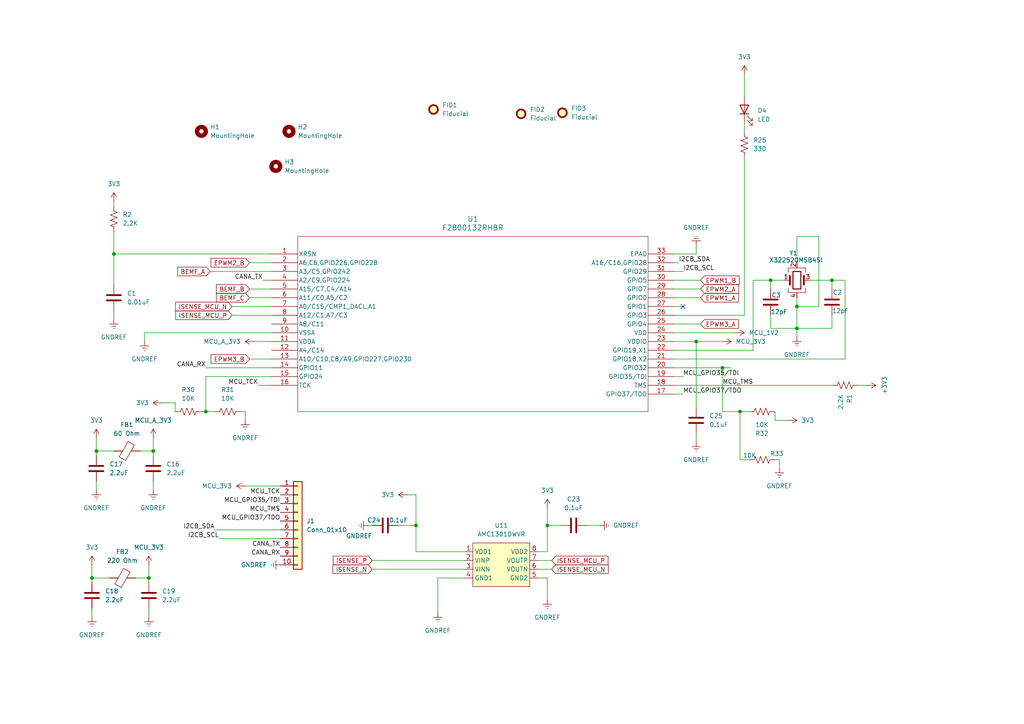
<source format=kicad_sch>
(kicad_sch (version 20250114) (generator "eeschema") (generator_version "9.0")
  (paper "A4")
  (lib_symbols
    (symbol "Connector_Generic:Conn_01x10" (pin_names (offset 1.016) (hide yes))
      (property "Reference" "J" (at 0 12.7 0))
      (property "Value" "Conn_01x10" (at 0 -15.24 0))
      (symbol "Conn_01x10_1_1"
        (rectangle (start -1.27 11.43) (end 1.27 -13.97) (stroke (width 0.254)) (fill (type background)))
        (rectangle (start -1.27 10.287) (end 0 10.033) (stroke (width 0.1524)))
        (rectangle (start -1.27 7.747) (end 0 7.493) (stroke (width 0.1524)))
        (rectangle (start -1.27 5.207) (end 0 4.953) (stroke (width 0.1524)))
        (rectangle (start -1.27 2.667) (end 0 2.413) (stroke (width 0.1524)))
        (rectangle (start -1.27 0.127) (end 0 -0.127) (stroke (width 0.1524)))
        (rectangle (start -1.27 -2.413) (end 0 -2.667) (stroke (width 0.1524)))
        (rectangle (start -1.27 -4.953) (end 0 -5.207) (stroke (width 0.1524)))
        (rectangle (start -1.27 -7.493) (end 0 -7.747) (stroke (width 0.1524)))
        (rectangle (start -1.27 -10.033) (end 0 -10.287) (stroke (width 0.1524)))
        (rectangle (start -1.27 -12.573) (end 0 -12.827) (stroke (width 0.1524)))
        (pin passive line (at -5.08 10.16 0) (length 3.81) (name "Pin_1") (number "1"))
        (pin passive line (at -5.08 7.62 0) (length 3.81) (name "Pin_2") (number "2"))
        (pin passive line (at -5.08 5.08 0) (length 3.81) (name "Pin_3") (number "3"))
        (pin passive line (at -5.08 2.54 0) (length 3.81) (name "Pin_4") (number "4"))
        (pin passive line (at -5.08 0 0) (length 3.81) (name "Pin_5") (number "5"))
        (pin passive line (at -5.08 -2.54 0) (length 3.81) (name "Pin_6") (number "6"))
        (pin passive line (at -5.08 -5.08 0) (length 3.81) (name "Pin_7") (number "7"))
        (pin passive line (at -5.08 -7.62 0) (length 3.81) (name "Pin_8") (number "8"))
        (pin passive line (at -5.08 -10.16 0) (length 3.81) (name "Pin_9") (number "9"))
        (pin passive line (at -5.08 -12.7 0) (length 3.81) (name "Pin_10") (number "10"))
      )
    )
    (symbol "Device:C" (pin_numbers (hide yes)) (pin_names (offset 0.254))
      (property "Reference" "C" (at 0.635 2.54 0))
      (property "Value" "C" (at 0.635 -2.54 0))
      (symbol "C_0_1"
        (polyline (pts (xy -2.032 0.762) (xy 2.032 0.762)) (stroke (width 0.508)))
        (polyline (pts (xy -2.032 -0.762) (xy 2.032 -0.762)) (stroke (width 0.508)))
      )
      (symbol "C_1_1"
        (pin passive line (at 0 3.81 270) (length 2.794) (name "~") (number "1"))
        (pin passive line (at 0 -3.81 90) (length 2.794) (name "~") (number "2"))
      )
    )
    (symbol "Device:Crystal_GND24" (pin_names (offset 1.016) (hide yes))
      (property "Reference" "Y" (at 3.175 5.08 0))
      (property "Value" "Crystal_GND24" (at 3.175 3.175 0))
      (symbol "Crystal_GND24_0_1"
        (polyline (pts (xy -2.54 2.286) (xy -2.54 3.556) (xy 2.54 3.556) (xy 2.54 2.286)))
        (polyline (pts (xy -2.54 0) (xy -2.032 0)))
        (polyline (pts (xy -2.54 -2.286) (xy -2.54 -3.556) (xy 2.54 -3.556) (xy 2.54 -2.286)))
        (polyline (pts (xy -2.032 -1.27) (xy -2.032 1.27)) (stroke (width 0.508)))
        (rectangle (start -1.143 2.54) (end 1.143 -2.54) (stroke (width 0.3048)))
        (polyline (pts (xy 0 3.556) (xy 0 3.81)))
        (polyline (pts (xy 0 -3.81) (xy 0 -3.556)))
        (polyline (pts (xy 2.032 0) (xy 2.54 0)))
        (polyline (pts (xy 2.032 -1.27) (xy 2.032 1.27)) (stroke (width 0.508)))
      )
      (symbol "Crystal_GND24_1_1"
        (pin passive line (at -3.81 0 0) (length 1.27) (name "1") (number "1"))
        (pin passive line (at 0 5.08 270) (length 1.27) (name "2") (number "2"))
        (pin passive line (at 0 -5.08 90) (length 1.27) (name "4") (number "4"))
        (pin passive line (at 3.81 0 180) (length 1.27) (name "3") (number "3"))
      )
    )
    (symbol "Device:FerriteBead" (pin_numbers (hide yes)) (pin_names (offset 0))
      (property "Reference" "FB" (at -3.81 0.635 90))
      (property "Value" "FerriteBead" (at 3.81 0 90))
      (symbol "FerriteBead_0_1"
        (polyline (pts (xy -2.7686 0.4064) (xy -1.7018 2.2606) (xy 2.7686 -0.3048) (xy 1.6764 -2.159) (xy -2.7686 0.4064)))
        (polyline (pts (xy 0 1.27) (xy 0 1.2954)))
        (polyline (pts (xy 0 -1.27) (xy 0 -1.2192)))
      )
      (symbol "FerriteBead_1_1"
        (pin passive line (at 0 3.81 270) (length 2.54) (name "~") (number "1"))
        (pin passive line (at 0 -3.81 90) (length 2.54) (name "~") (number "2"))
      )
    )
    (symbol "Device:LED" (pin_numbers (hide yes)) (pin_names (offset 1.016) (hide yes))
      (property "Reference" "D" (at 0 2.54 0))
      (property "Value" "LED" (at 0 -2.54 0))
      (symbol "LED_0_1"
        (polyline (pts (xy -3.048 -0.762) (xy -4.572 -2.286) (xy -3.81 -2.286) (xy -4.572 -2.286) (xy -4.572 -1.524)))
        (polyline (pts (xy -1.778 -0.762) (xy -3.302 -2.286) (xy -2.54 -2.286) (xy -3.302 -2.286) (xy -3.302 -1.524)))
        (polyline (pts (xy -1.27 0) (xy 1.27 0)))
        (polyline (pts (xy -1.27 -1.27) (xy -1.27 1.27)) (stroke (width 0.254)))
        (polyline (pts (xy 1.27 -1.27) (xy 1.27 1.27) (xy -1.27 0) (xy 1.27 -1.27)) (stroke (width 0.254)))
      )
      (symbol "LED_1_1"
        (pin passive line (at -3.81 0 0) (length 2.54) (name "K") (number "1"))
        (pin passive line (at 3.81 0 180) (length 2.54) (name "A") (number "2"))
      )
    )
    (symbol "Device:R_US" (pin_numbers (hide yes)) (pin_names (offset 0))
      (property "Reference" "R" (at 2.54 0 90))
      (property "Value" "R_US" (at -2.54 0 90))
      (symbol "R_US_0_1"
        (polyline (pts (xy 0 2.286) (xy 0 2.54)))
        (polyline (pts (xy 0 2.286) (xy 1.016 1.905) (xy 0 1.524) (xy -1.016 1.143) (xy 0 0.762)))
        (polyline (pts (xy 0 0.762) (xy 1.016 0.381) (xy 0 0) (xy -1.016 -0.381) (xy 0 -0.762)))
        (polyline (pts (xy 0 -0.762) (xy 1.016 -1.143) (xy 0 -1.524) (xy -1.016 -1.905) (xy 0 -2.286)))
        (polyline (pts (xy 0 -2.286) (xy 0 -2.54)))
      )
      (symbol "R_US_1_1"
        (pin passive line (at 0 3.81 270) (length 1.27) (name "~") (number "1"))
        (pin passive line (at 0 -3.81 90) (length 1.27) (name "~") (number "2"))
      )
    )
    (symbol "Mechanical:Fiducial" (in_bom no)
      (property "Reference" "FID" (at 0 5.08 0))
      (property "Value" "Fiducial" (at 0 3.175 0))
      (symbol "Fiducial_0_1"
        (circle (center 0 0) (radius 1.27) (stroke (width 0.508)) (fill (type background)))
      )
    )
    (symbol "Mechanical:MountingHole" (pin_names (offset 1.016)) (in_bom no)
      (property "Reference" "H" (at 0 5.08 0))
      (property "Value" "MountingHole" (at 0 3.175 0))
      (symbol "MountingHole_0_1"
        (circle (center 0 0) (radius 1.27) (stroke (width 1.27)))
      )
    )
    (symbol "TMS320F2800132rhb:F2800132RHBR" (pin_names (offset 0.254))
      (property "Reference" "U" (at 58.42 10.16 0))
      (property "Value" "F2800132RHBR" (at 58.42 7.62 0))
      (symbol "F2800132RHBR_0_1"
        (polyline (pts (xy 7.62 5.08) (xy 7.62 -45.72)) (stroke (width 0.127)))
        (polyline (pts (xy 7.62 -45.72) (xy 109.22 -45.72)) (stroke (width 0.127)))
        (polyline (pts (xy 109.22 5.08) (xy 7.62 5.08)) (stroke (width 0.127)))
        (polyline (pts (xy 109.22 -45.72) (xy 109.22 5.08)) (stroke (width 0.127)))
        (pin unspecified line (at 0 0 0) (length 7.62) (name "XRSN") (number "1"))
        (pin bidirectional line (at 0 -2.54 0) (length 7.62) (name "A6,C6,GPIO226,GPIO228") (number "2"))
        (pin bidirectional line (at 0 -5.08 0) (length 7.62) (name "A3/C5,GPIO242") (number "3"))
        (pin bidirectional line (at 0 -7.62 0) (length 7.62) (name "A2/C9,GPIO224") (number "4"))
        (pin bidirectional line (at 0 -10.16 0) (length 7.62) (name "A15/C7,C4/A14") (number "5"))
        (pin bidirectional line (at 0 -12.7 0) (length 7.62) (name "A11/C0,A5/C2") (number "6"))
        (pin bidirectional line (at 0 -15.24 0) (length 7.62) (name "A0/C15/CMP1_DACL,A1") (number "7"))
        (pin bidirectional line (at 0 -17.78 0) (length 7.62) (name "A12/C1,A7/C3") (number "8"))
        (pin bidirectional line (at 0 -20.32 0) (length 7.62) (name "A8/C11") (number "9"))
        (pin power_out line (at 0 -22.86 0) (length 7.62) (name "VSSA") (number "10"))
        (pin power_in line (at 0 -25.4 0) (length 7.62) (name "VDDA") (number "11"))
        (pin bidirectional line (at 0 -27.94 0) (length 7.62) (name "A4/C14") (number "12"))
        (pin bidirectional line (at 0 -30.48 0) (length 7.62) (name "A10/C10,C8/A9,GPIO227,GPIO230") (number "13"))
        (pin bidirectional line (at 0 -33.02 0) (length 7.62) (name "GPIO11") (number "14"))
        (pin bidirectional line (at 0 -35.56 0) (length 7.62) (name "GPIO24") (number "15"))
        (pin unspecified line (at 0 -38.1 0) (length 7.62) (name "TCK") (number "16"))
        (pin unspecified line (at 116.84 0 180) (length 7.62) (name "EPAD") (number "33"))
        (pin bidirectional line (at 116.84 -2.54 180) (length 7.62) (name "A16/C16,GPIO28") (number "32"))
        (pin bidirectional line (at 116.84 -5.08 180) (length 7.62) (name "GPIO29") (number "31"))
        (pin bidirectional line (at 116.84 -7.62 180) (length 7.62) (name "GPIO5") (number "30"))
        (pin bidirectional line (at 116.84 -10.16 180) (length 7.62) (name "GPIO7") (number "29"))
        (pin bidirectional line (at 116.84 -12.7 180) (length 7.62) (name "GPIO0") (number "28"))
        (pin bidirectional line (at 116.84 -15.24 180) (length 7.62) (name "GPIO1") (number "27"))
        (pin bidirectional line (at 116.84 -17.78 180) (length 7.62) (name "GPIO3") (number "26"))
        (pin bidirectional line (at 116.84 -20.32 180) (length 7.62) (name "GPIO4") (number "25"))
        (pin power_in line (at 116.84 -22.86 180) (length 7.62) (name "VDD") (number "24"))
        (pin power_in line (at 116.84 -25.4 180) (length 7.62) (name "VDDIO") (number "23"))
        (pin bidirectional line (at 116.84 -27.94 180) (length 7.62) (name "GPIO19,X1") (number "22"))
        (pin bidirectional line (at 116.84 -30.48 180) (length 7.62) (name "GPIO18,X2") (number "21"))
        (pin bidirectional line (at 116.84 -33.02 180) (length 7.62) (name "GPIO32") (number "20"))
        (pin bidirectional line (at 116.84 -35.56 180) (length 7.62) (name "GPIO35/TDI") (number "19"))
        (pin unspecified line (at 116.84 -38.1 180) (length 7.62) (name "TMS") (number "18"))
        (pin bidirectional line (at 116.84 -40.64 180) (length 7.62) (name "GPIO37/TDO") (number "17"))
      )
    )
    (symbol "droneUltimate:AMC1301DWVR"
      (property "Reference" "U" (at 0 0 0))
      (property "Value" "AMC1301DWVR" (at 0 -2.032 0))
      (symbol "AMC1301DWVR_1_0"
        (pin bidirectional line (at -10.16 -8.89 0) (length 2.54) (name "VINP") (number "2"))
        (pin bidirectional line (at -10.16 -11.43 0) (length 2.54) (name "VINN") (number "3"))
        (pin bidirectional line (at -10.16 -13.97 0) (length 2.54) (name "GND1") (number "4"))
        (pin bidirectional line (at 11.43 -6.35 180) (length 2.54) (name "VDD2") (number "8"))
        (pin bidirectional line (at 11.43 -8.89 180) (length 2.54) (name "VOUTP") (number "7"))
        (pin bidirectional line (at 11.43 -11.43 180) (length 2.54) (name "VOUTN") (number "6"))
        (pin bidirectional line (at 11.43 -13.97 180) (length 2.54) (name "GND2") (number "5"))
      )
      (symbol "AMC1301DWVR_1_1"
        (rectangle (start -7.62 -3.81) (end 8.89 -16.51) (fill (type background)))
        (pin bidirectional line (at -10.16 -6.35 0) (length 2.54) (name "VDD1") (number "1"))
      )
    )
    (symbol "power:+3V3" (power) (pin_numbers (hide yes)) (pin_names (offset 0) (hide yes))
      (property "Value" "+3V3" (at 0 3.556 0))
      (symbol "+3V3_0_1"
        (polyline (pts (xy -0.762 1.27) (xy 0 2.54)))
        (polyline (pts (xy 0 2.54) (xy 0.762 1.27)))
        (polyline (pts (xy 0 0) (xy 0 2.54)))
      )
      (symbol "+3V3_1_1"
        (pin power_in line (at 0 0 90) (length 0) (name "~") (number "1"))
      )
    )
    (symbol "power:GNDREF" (power) (pin_numbers (hide yes)) (pin_names (offset 0) (hide yes))
      (property "Value" "GNDREF" (at 0 -3.81 0))
      (symbol "GNDREF_0_1"
        (polyline (pts (xy -0.635 -1.905) (xy 0.635 -1.905)))
        (polyline (pts (xy -0.127 -2.54) (xy 0.127 -2.54)))
        (polyline (pts (xy 0 -1.27) (xy 0 0)))
        (polyline (pts (xy 1.27 -1.27) (xy -1.27 -1.27)))
      )
      (symbol "GNDREF_1_1"
        (pin power_in line (at 0 0 270) (length 0) (name "~") (number "1"))
      )
    )
  )
  (junction (at 44.45 130.81))
  (junction (at 26.67 167.64))
  (junction (at 43.18 167.64))
  (junction (at 231.14 95.25))
  (junction (at 120.65 152.4))
  (junction (at 231.14 88.9))
  (junction (at 214.63 119.38))
  (junction (at 241.3 81.28))
  (junction (at 27.94 130.81))
  (junction (at 59.69 119.38))
  (junction (at 158.75 152.4))
  (junction (at 33.02 73.66))
  (junction (at 223.52 81.28))
  (junction (at 209.55 106.68))
  (junction (at 201.93 99.06))
  (no_connect (at 198.12 88.9))
  (wire (pts (xy 195.58 104.14) (xy 245.11 104.14)))
  (wire (pts (xy 223.52 81.28) (xy 227.33 81.28)))
  (wire (pts (xy 50.8 116.84) (xy 50.8 119.38)))
  (wire (pts (xy 195.58 106.68) (xy 209.55 106.68)))
  (wire (pts (xy 44.45 139.7) (xy 44.45 142.24)))
  (wire (pts (xy 195.58 114.3) (xy 198.12 114.3)))
  (wire (pts (xy 231.14 88.9) (xy 231.14 95.25)))
  (wire (pts (xy 195.58 88.9) (xy 198.12 88.9)))
  (wire (pts (xy 245.11 104.14) (xy 245.11 81.28)))
  (wire (pts (xy 59.69 119.38) (xy 62.23 119.38)))
  (wire (pts (xy 33.02 67.31) (xy 33.02 73.66)))
  (wire (pts (xy 241.3 91.44) (xy 241.3 95.25)))
  (wire (pts (xy 251.46 111.76) (xy 248.92 111.76)))
  (wire (pts (xy 158.75 152.4) (xy 158.75 147.32)))
  (wire (pts (xy 214.63 133.35) (xy 217.17 133.35)))
  (wire (pts (xy 76.2 81.28) (xy 78.74 81.28)))
  (wire (pts (xy 218.44 101.6) (xy 218.44 81.28)))
  (wire (pts (xy 209.55 106.68) (xy 209.55 119.38)))
  (wire (pts (xy 195.58 93.98) (xy 203.2 93.98)))
  (wire (pts (xy 33.02 73.66) (xy 78.74 73.66)))
  (wire (pts (xy 224.79 121.92) (xy 224.79 119.38)))
  (wire (pts (xy 73.66 99.06) (xy 78.74 99.06)))
  (wire (pts (xy 72.39 86.36) (xy 78.74 86.36)))
  (wire (pts (xy 237.49 68.58) (xy 237.49 88.9)))
  (wire (pts (xy 63.5 156.21) (xy 81.28 156.21)))
  (wire (pts (xy 195.58 81.28) (xy 203.2 81.28)))
  (wire (pts (xy 26.67 163.83) (xy 26.67 167.64)))
  (wire (pts (xy 78.74 109.22) (xy 59.69 109.22)))
  (wire (pts (xy 59.69 119.38) (xy 58.42 119.38)))
  (wire (pts (xy 158.75 167.64) (xy 158.75 173.99)))
  (wire (pts (xy 43.18 163.83) (xy 43.18 167.64)))
  (wire (pts (xy 195.58 99.06) (xy 201.93 99.06)))
  (wire (pts (xy 134.62 160.02) (xy 120.65 160.02)))
  (wire (pts (xy 43.18 176.53) (xy 43.18 179.07)))
  (wire (pts (xy 198.12 78.74) (xy 195.58 78.74)))
  (wire (pts (xy 156.21 167.64) (xy 158.75 167.64)))
  (wire (pts (xy 72.39 104.14) (xy 78.74 104.14)))
  (wire (pts (xy 195.58 91.44) (xy 215.9 91.44)))
  (wire (pts (xy 46.99 116.84) (xy 50.8 116.84)))
  (wire (pts (xy 195.58 111.76) (xy 241.3 111.76)))
  (wire (pts (xy 44.45 127) (xy 44.45 130.81)))
  (wire (pts (xy 215.9 21.59) (xy 215.9 27.94)))
  (wire (pts (xy 195.58 76.2) (xy 196.85 76.2)))
  (wire (pts (xy 71.12 140.97) (xy 81.28 140.97)))
  (wire (pts (xy 223.52 81.28) (xy 223.52 83.82)))
  (wire (pts (xy 215.9 45.72) (xy 215.9 91.44)))
  (wire (pts (xy 245.11 81.28) (xy 241.3 81.28)))
  (wire (pts (xy 67.31 91.44) (xy 78.74 91.44)))
  (wire (pts (xy 231.14 76.2) (xy 231.14 68.58)))
  (wire (pts (xy 158.75 160.02) (xy 158.75 152.4)))
  (wire (pts (xy 72.39 76.2) (xy 78.74 76.2)))
  (wire (pts (xy 195.58 73.66) (xy 201.93 73.66)))
  (wire (pts (xy 241.3 81.28) (xy 234.95 81.28)))
  (wire (pts (xy 107.95 162.56) (xy 134.62 162.56)))
  (wire (pts (xy 156.21 165.1) (xy 160.02 165.1)))
  (wire (pts (xy 33.02 58.42) (xy 33.02 59.69)))
  (wire (pts (xy 231.14 68.58) (xy 237.49 68.58)))
  (wire (pts (xy 223.52 91.44) (xy 223.52 95.25)))
  (wire (pts (xy 40.64 130.81) (xy 44.45 130.81)))
  (wire (pts (xy 156.21 160.02) (xy 158.75 160.02)))
  (wire (pts (xy 156.21 162.56) (xy 160.02 162.56)))
  (wire (pts (xy 241.3 83.82) (xy 241.3 81.28)))
  (wire (pts (xy 224.79 133.35) (xy 226.06 133.35)))
  (wire (pts (xy 218.44 81.28) (xy 223.52 81.28)))
  (wire (pts (xy 39.37 167.64) (xy 43.18 167.64)))
  (wire (pts (xy 44.45 130.81) (xy 44.45 132.08)))
  (wire (pts (xy 201.93 128.27) (xy 201.93 125.73)))
  (wire (pts (xy 198.12 109.22) (xy 195.58 109.22)))
  (wire (pts (xy 118.11 143.51) (xy 120.65 143.51)))
  (wire (pts (xy 215.9 35.56) (xy 215.9 38.1)))
  (wire (pts (xy 195.58 96.52) (xy 213.36 96.52)))
  (wire (pts (xy 241.3 95.25) (xy 231.14 95.25)))
  (wire (pts (xy 107.95 152.4) (xy 106.68 152.4)))
  (wire (pts (xy 201.93 73.66) (xy 201.93 71.12)))
  (wire (pts (xy 201.93 99.06) (xy 209.55 99.06)))
  (wire (pts (xy 214.63 119.38) (xy 217.17 119.38)))
  (wire (pts (xy 72.39 83.82) (xy 78.74 83.82)))
  (wire (pts (xy 195.58 83.82) (xy 203.2 83.82)))
  (wire (pts (xy 203.2 86.36) (xy 195.58 86.36)))
  (wire (pts (xy 228.6 121.92) (xy 224.79 121.92)))
  (wire (pts (xy 201.93 118.11) (xy 201.93 99.06)))
  (wire (pts (xy 27.94 132.08) (xy 27.94 130.81)))
  (wire (pts (xy 226.06 133.35) (xy 226.06 135.89)))
  (wire (pts (xy 33.02 73.66) (xy 33.02 82.55)))
  (wire (pts (xy 67.31 88.9) (xy 78.74 88.9)))
  (wire (pts (xy 62.23 153.67) (xy 81.28 153.67)))
  (wire (pts (xy 231.14 95.25) (xy 231.14 97.79)))
  (wire (pts (xy 223.52 95.25) (xy 231.14 95.25)))
  (wire (pts (xy 237.49 88.9) (xy 231.14 88.9)))
  (wire (pts (xy 26.67 168.91) (xy 26.67 167.64)))
  (wire (pts (xy 120.65 143.51) (xy 120.65 152.4)))
  (wire (pts (xy 69.85 119.38) (xy 71.12 119.38)))
  (wire (pts (xy 158.75 152.4) (xy 162.56 152.4)))
  (wire (pts (xy 59.69 106.68) (xy 78.74 106.68)))
  (wire (pts (xy 27.94 139.7) (xy 27.94 142.24)))
  (wire (pts (xy 26.67 176.53) (xy 26.67 179.07)))
  (wire (pts (xy 43.18 167.64) (xy 43.18 168.91)))
  (wire (pts (xy 115.57 152.4) (xy 120.65 152.4)))
  (wire (pts (xy 107.95 165.1) (xy 134.62 165.1)))
  (wire (pts (xy 33.02 90.17) (xy 33.02 92.71)))
  (wire (pts (xy 41.91 96.52) (xy 41.91 99.06)))
  (wire (pts (xy 231.14 86.36) (xy 231.14 88.9)))
  (wire (pts (xy 74.93 111.76) (xy 78.74 111.76)))
  (wire (pts (xy 71.12 119.38) (xy 71.12 121.92)))
  (wire (pts (xy 170.18 152.4) (xy 173.99 152.4)))
  (wire (pts (xy 214.63 119.38) (xy 214.63 133.35)))
  (wire (pts (xy 27.94 130.81) (xy 33.02 130.81)))
  (wire (pts (xy 195.58 101.6) (xy 218.44 101.6)))
  (wire (pts (xy 120.65 152.4) (xy 120.65 160.02)))
  (wire (pts (xy 209.55 119.38) (xy 214.63 119.38)))
  (wire (pts (xy 27.94 127) (xy 27.94 130.81)))
  (wire (pts (xy 209.55 106.68) (xy 212.09 106.68)))
  (wire (pts (xy 60.96 78.74) (xy 78.74 78.74)))
  (wire (pts (xy 134.62 167.64) (xy 127 167.64)))
  (wire (pts (xy 26.67 167.64) (xy 31.75 167.64)))
  (wire (pts (xy 78.74 96.52) (xy 41.91 96.52)))
  (wire (pts (xy 127 167.64) (xy 127 177.8)))
  (wire (pts (xy 59.69 109.22) (xy 59.69 119.38)))
  (label "I2CB_SCL" (at 63.5 156.21 180))
  (label "CANA_TX" (at 76.2 81.28 180))
  (label "MCU_TCK" (at 74.93 111.76 180))
  (label "CANA_RX" (at 81.28 161.29 180))
  (label "CANA_TX" (at 81.28 158.75 180))
  (label "MCU_GPIO35{slash}TDI" (at 81.28 146.05 180))
  (label "MCU_TCK" (at 81.28 143.51 180))
  (label "I2CB_SCL" (at 198.12 78.74 0))
  (label "I2CB_SDA" (at 62.23 153.67 180))
  (label "CANA_RX" (at 59.69 106.68 180))
  (label "MCU_GPIO37{slash}TDO" (at 81.28 151.13 180))
  (label "MCU_TMS" (at 218.44 111.76 180))
  (label "MCU_TMS" (at 81.28 148.59 180))
  (label "I2CB_SDA" (at 196.85 76.2 0))
  (label "MCU_GPIO35{slash}TDI" (at 198.12 109.22 0))
  (label "MCU_GPIO37{slash}TDO" (at 198.12 114.3 0))
  (global_label "ISENSE_MCU_N" (shape input) (at 67.31 88.9 180) (property "Intersheetrefs" "${INTERSHEET_REFS}" (effects (hide yes))))
  (global_label "EPWM2_B" (shape input) (at 72.39 76.2 180) (property "Intersheetrefs" "${INTERSHEET_REFS}" (effects (hide yes))))
  (global_label "EPWM3_B" (shape input) (at 72.39 104.14 180) (property "Intersheetrefs" "${INTERSHEET_REFS}" (effects (hide yes))))
  (global_label "BEMF_B" (shape input) (at 72.39 83.82 180) (property "Intersheetrefs" "${INTERSHEET_REFS}" (effects (hide yes))))
  (global_label "ISENSE_MCU_P" (shape input) (at 67.31 91.44 180) (property "Intersheetrefs" "${INTERSHEET_REFS}" (effects (hide yes))))
  (global_label "BEMF_A" (shape input) (at 60.96 78.74 180) (property "Intersheetrefs" "${INTERSHEET_REFS}" (effects (hide yes))))
  (global_label "EPWM3_A" (shape input) (at 203.2 93.98 0) (property "Intersheetrefs" "${INTERSHEET_REFS}" (effects (hide yes))))
  (global_label "ISENSE_P" (shape input) (at 107.95 162.56 180) (property "Intersheetrefs" "${INTERSHEET_REFS}" (effects (hide yes))))
  (global_label "BEMF_C" (shape input) (at 72.39 86.36 180) (property "Intersheetrefs" "${INTERSHEET_REFS}" (effects (hide yes))))
  (global_label "EPWM2_A" (shape input) (at 203.2 83.82 0) (property "Intersheetrefs" "${INTERSHEET_REFS}" (effects (hide yes))))
  (global_label "ISENSE_N" (shape input) (at 107.95 165.1 180) (property "Intersheetrefs" "${INTERSHEET_REFS}" (effects (hide yes))))
  (global_label "ISENSE_MCU_P" (shape input) (at 160.02 162.56 0) (property "Intersheetrefs" "${INTERSHEET_REFS}" (effects (hide yes))))
  (global_label "EPWM1_B" (shape input) (at 203.2 81.28 0) (property "Intersheetrefs" "${INTERSHEET_REFS}" (effects (hide yes))))
  (global_label "EPWM1_A" (shape input) (at 203.2 86.36 0) (property "Intersheetrefs" "${INTERSHEET_REFS}" (effects (hide yes))))
  (global_label "ISENSE_MCU_N" (shape input) (at 160.02 165.1 0) (property "Intersheetrefs" "${INTERSHEET_REFS}" (effects (hide yes))))
  (symbol (lib_id "power:+3V3") (at 44.45 127 0) (unit 1)
    (property "Reference" "#PWR018" (effects (hide yes)))
    (property "Value" "MCU_A_3V3" (at 44.45 121.92 0))
    (property "Description" "Power symbol creates a global label with name \"+3V3\"" (effects (hide yes)))
  )
  (symbol (lib_id "Mechanical:Fiducial") (at 151.13 33.02 0) (unit 1) (in_bom no)
    (property "Reference" "FID2" (at 153.67 31.7499 0) (effects (justify left)))
    (property "Value" "Fiducial" (at 153.67 34.2899 0) (effects (justify left)))
    (property "Footprint" "Fiducial:Fiducial_0.5mm_Mask1mm" (effects (hide yes)))
    (property "Description" "Fiducial Marker" (effects (hide yes)))
  )
  (symbol (lib_id "Device:C") (at 223.52 87.63 0) (unit 1)
    (property "Reference" "C3" (at 223.774 85.598 0) (effects (justify left)))
    (property "Value" "12pF" (at 223.52 90.424 0) (effects (justify left)))
    (property "Footprint" "Capacitor_SMD:C_0402_1005Metric" (effects (hide yes)))
    (property "Description" "Unpolarized capacitor" (effects (hide yes)))
    (property "LCSC Part #" "C76948" (effects (hide yes)))
  )
  (symbol (lib_id "Device:R_US") (at 54.61 119.38 90) (unit 1)
    (property "Reference" "R30" (at 54.61 113.03 90))
    (property "Value" "10K" (at 54.61 115.57 90))
    (property "Footprint" "Resistor_SMD:R_0603_1608Metric" (effects (hide yes)))
    (property "Description" "Resistor, US symbol" (effects (hide yes)))
    (property "LCSC Part #" "C98220" (effects (hide yes)))
  )
  (symbol (lib_id "Device:R_US") (at 220.98 119.38 270) (unit 1)
    (property "Reference" "R32" (at 220.98 125.73 90))
    (property "Value" "10K" (at 220.98 123.19 90))
    (property "Footprint" "Resistor_SMD:R_0603_1608Metric" (effects (hide yes)))
    (property "Description" "Resistor, US symbol" (effects (hide yes)))
    (property "LCSC Part #" "C98220" (effects (hide yes)))
  )
  (symbol (lib_id "power:GNDREF") (at 41.91 99.06 0) (unit 1)
    (property "Reference" "#PWR06" (effects (hide yes)))
    (property "Value" "GNDREF" (at 41.91 104.14 0))
    (property "Description" "Power symbol creates a global label with name \"GNDREF\" , reference supply ground" (effects (hide yes)))
  )
  (symbol (lib_id "Device:C") (at 27.94 135.89 0) (unit 1)
    (property "Reference" "C17" (at 31.75 134.6199 0) (effects (justify left)))
    (property "Value" "2.2uF" (at 31.75 137.1599 0) (effects (justify left)))
    (property "Footprint" "Capacitor_SMD:C_0805_2012Metric" (effects (hide yes)))
    (property "Description" "Unpolarized capacitor" (effects (hide yes)))
    (property "LCSC Part #" "C2981733" (effects (hide yes)))
  )
  (symbol (lib_id "power:GNDREF") (at 26.67 179.07 0) (unit 1)
    (property "Reference" "#PWR021" (effects (hide yes)))
    (property "Value" "GNDREF" (at 26.67 184.15 0))
    (property "Description" "Power symbol creates a global label with name \"GNDREF\" , reference supply ground" (effects (hide yes)))
  )
  (symbol (lib_id "Device:R_US") (at 220.98 133.35 90) (unit 1)
    (property "Reference" "R33" (at 225.298 131.572 90))
    (property "Value" "10K" (at 217.424 132.08 90))
    (property "Footprint" "Resistor_SMD:R_0603_1608Metric" (effects (hide yes)))
    (property "Description" "Resistor, US symbol" (effects (hide yes)))
    (property "LCSC Part #" "C98220" (effects (hide yes)))
  )
  (symbol (lib_id "power:+3V3") (at 26.67 163.83 0) (unit 1)
    (property "Reference" "#PWR020" (effects (hide yes)))
    (property "Value" "3V3" (at 26.67 158.75 0))
    (property "Description" "Power symbol creates a global label with name \"+3V3\"" (effects (hide yes)))
  )
  (symbol (lib_id "power:GNDREF") (at 81.28 163.83 270) (unit 1)
    (property "Reference" "#PWR026" (effects (hide yes)))
    (property "Value" "GNDREF" (at 77.47 163.8299 90) (effects (justify right)))
    (property "Description" "Power symbol creates a global label with name \"GNDREF\" , reference supply ground" (effects (hide yes)))
  )
  (symbol (lib_id "Device:C") (at 33.02 86.36 0) (unit 1)
    (property "Reference" "C1" (at 36.83 85.0899 0) (effects (justify left)))
    (property "Value" "0.01uF" (at 36.83 87.6299 0) (effects (justify left)))
    (property "Footprint" "Capacitor_SMD:C_0402_1005Metric" (effects (hide yes)))
    (property "Description" "Unpolarized capacitor" (effects (hide yes)))
    (property "LCSC Part #" "C106199" (effects (hide yes)))
  )
  (symbol (lib_id "power:+3V3") (at 213.36 96.52 270) (unit 1)
    (property "Reference" "#PWR045" (effects (hide yes)))
    (property "Value" "MCU_1V2" (at 217.17 96.5199 90) (effects (justify left)))
    (property "Description" "Power symbol creates a global label with name \"+3V3\"" (effects (hide yes)))
  )
  (symbol (lib_id "Device:C") (at 43.18 172.72 0) (unit 1)
    (property "Reference" "C19" (at 46.99 171.4499 0) (effects (justify left)))
    (property "Value" "2.2uF" (at 46.99 173.9899 0) (effects (justify left)))
    (property "Footprint" "Capacitor_SMD:C_0805_2012Metric" (effects (hide yes)))
    (property "Description" "Unpolarized capacitor" (effects (hide yes)))
    (property "LCSC Part #" "C2981733" (effects (hide yes)))
  )
  (symbol (lib_id "power:GNDREF") (at 33.02 92.71 0) (unit 1)
    (property "Reference" "#PWR02" (effects (hide yes)))
    (property "Value" "GNDREF" (at 33.02 97.79 0))
    (property "Description" "Power symbol creates a global label with name \"GNDREF\" , reference supply ground" (effects (hide yes)))
  )
  (symbol (lib_id "power:GNDREF") (at 106.68 152.4 270) (unit 1)
    (property "Reference" "#PWR040" (effects (hide yes)))
    (property "Value" "GNDREF" (at 107.95 155.448 90) (effects (justify right)))
    (property "Description" "Power symbol creates a global label with name \"GNDREF\" , reference supply ground" (effects (hide yes)))
  )
  (symbol (lib_id "power:GNDREF") (at 44.45 142.24 0) (unit 1)
    (property "Reference" "#PWR017" (effects (hide yes)))
    (property "Value" "GNDREF" (at 44.45 147.32 0))
    (property "Description" "Power symbol creates a global label with name \"GNDREF\" , reference supply ground" (effects (hide yes)))
  )
  (symbol (lib_id "power:+3V3") (at 71.12 140.97 90) (unit 1)
    (property "Reference" "#PWR025" (effects (hide yes)))
    (property "Value" "MCU_3V3" (at 67.31 140.9699 90) (effects (justify left)))
    (property "Description" "Power symbol creates a global label with name \"+3V3\"" (effects (hide yes)))
  )
  (symbol (lib_id "power:GNDREF") (at 173.99 152.4 90) (unit 1)
    (property "Reference" "#PWR039" (effects (hide yes)))
    (property "Value" "GNDREF" (at 177.8 152.3999 90) (effects (justify right)))
    (property "Description" "Power symbol creates a global label with name \"GNDREF\" , reference supply ground" (effects (hide yes)))
  )
  (symbol (lib_id "power:GNDREF") (at 226.06 135.89 0) (unit 1)
    (property "Reference" "#PWR068" (effects (hide yes)))
    (property "Value" "GNDREF" (at 226.06 140.97 0))
    (property "Description" "Power symbol creates a global label with name \"GNDREF\" , reference supply ground" (effects (hide yes)))
  )
  (symbol (lib_id "power:+3V3") (at 228.6 121.92 270) (unit 1)
    (property "Reference" "#PWR067" (effects (hide yes)))
    (property "Value" "3V3" (at 232.41 121.9201 90) (effects (justify left)))
    (property "Description" "Power symbol creates a global label with name \"+3V3\"" (effects (hide yes)))
  )
  (symbol (lib_id "Device:C") (at 166.37 152.4 90) (unit 1)
    (property "Reference" "C23" (at 166.37 144.78 90))
    (property "Value" "0.1uF" (at 166.37 147.32 90))
    (property "Footprint" "Capacitor_SMD:C_0603_1608Metric" (effects (hide yes)))
    (property "Description" "Unpolarized capacitor" (effects (hide yes)))
    (property "LCSC Part #" "C14663" (effects (hide yes)))
  )
  (symbol (lib_id "power:GNDREF") (at 43.18 179.07 0) (unit 1)
    (property "Reference" "#PWR023" (effects (hide yes)))
    (property "Value" "GNDREF" (at 43.18 184.15 0))
    (property "Description" "Power symbol creates a global label with name \"GNDREF\" , reference supply ground" (effects (hide yes)))
  )
  (symbol (lib_id "power:GNDREF") (at 71.12 121.92 0) (unit 1)
    (property "Reference" "#PWR066" (effects (hide yes)))
    (property "Value" "GNDREF" (at 71.12 127 0))
    (property "Description" "Power symbol creates a global label with name \"GNDREF\" , reference supply ground" (effects (hide yes)))
  )
  (symbol (lib_id "Device:R_US") (at 33.02 63.5 0) (unit 1)
    (property "Reference" "R2" (at 35.56 62.2299 0) (effects (justify left)))
    (property "Value" "2.2K" (at 35.56 64.7699 0) (effects (justify left)))
    (property "Footprint" "Resistor_SMD:R_0603_1608Metric" (effects (hide yes)))
    (property "Description" "Resistor, US symbol" (effects (hide yes)))
    (property "LCSC Part #" "C114662" (effects (hide yes)))
  )
  (symbol (lib_id "Device:Crystal_GND24") (at 231.14 81.28 0) (unit 1)
    (property "Reference" "Y1" (at 230.124 73.406 0))
    (property "Value" "X322520MSB4SI" (at 230.886 75.438 0))
    (property "Footprint" "footprints:CRYSTAL-SMD_4P-L3.2-W2.5-BL" (effects (hide yes)))
    (property "Description" "Four pin crystal, GND on pins 2 and 4" (effects (hide yes)))
    (property "LCSC Part #" "C9004" (effects (hide yes)))
  )
  (symbol (lib_id "power:GNDREF") (at 201.93 71.12 180) (unit 1)
    (property "Reference" "#PWR05" (effects (hide yes)))
    (property "Value" "GNDREF" (at 201.93 66.04 0))
    (property "Description" "Power symbol creates a global label with name \"GNDREF\" , reference supply ground" (effects (hide yes)))
  )
  (symbol (lib_id "Device:FerriteBead") (at 35.56 167.64 90) (unit 1)
    (property "Reference" "FB2" (at 35.5092 160.02 90))
    (property "Value" "220 Ohm" (at 35.5092 162.56 90))
    (property "Footprint" "Inductor_SMD:L_0805_2012Metric" (effects (hide yes)))
    (property "Description" "Ferrite bead" (effects (hide yes)))
    (property "LCSC Part #" "C85840" (effects (hide yes)))
  )
  (symbol (lib_id "Device:C") (at 241.3 87.63 0) (unit 1)
    (property "Reference" "C2" (at 241.554 84.836 0) (effects (justify left)))
    (property "Value" "12pF" (at 241.3 90.17 0) (effects (justify left)))
    (property "Footprint" "Capacitor_SMD:C_0402_1005Metric" (effects (hide yes)))
    (property "Description" "Unpolarized capacitor" (effects (hide yes)))
    (property "LCSC Part #" "C76948" (effects (hide yes)))
  )
  (symbol (lib_id "power:+3V3") (at 251.46 111.76 270) (unit 1)
    (property "Reference" "#PWR01" (effects (hide yes)))
    (property "Value" "+3V3" (at 256.54 111.76 0))
    (property "Description" "Power symbol creates a global label with name \"+3V3\"" (effects (hide yes)))
  )
  (symbol (lib_id "Mechanical:Fiducial") (at 163.1139 32.7052 0) (unit 1) (in_bom no)
    (property "Reference" "FID3" (at 165.6539 31.4351 0) (effects (justify left)))
    (property "Value" "Fiducial" (at 165.6539 33.9751 0) (effects (justify left)))
    (property "Footprint" "Fiducial:Fiducial_0.5mm_Mask1mm" (effects (hide yes)))
    (property "Description" "Fiducial Marker" (effects (hide yes)))
  )
  (symbol (lib_id "power:GNDREF") (at 158.75 173.99 0) (unit 1)
    (property "Reference" "#PWR038" (effects (hide yes)))
    (property "Value" "GNDREF" (at 158.75 179.07 0))
    (property "Description" "Power symbol creates a global label with name \"GNDREF\" , reference supply ground" (effects (hide yes)))
  )
  (symbol (lib_id "Connector_Generic:Conn_01x10") (at 86.36 151.13 0) (unit 1)
    (property "Reference" "J1" (at 88.9 151.1299 0) (effects (justify left)))
    (property "Value" "Conn_01x10" (at 88.9 153.6699 0) (effects (justify left)))
    (property "Footprint" "Connector_PinSocket_2.54mm:PinSocket_1x10_P2.54mm_Vertical" (effects (hide yes)))
    (property "Description" "Generic connector, single row, 01x10, script generated (kicad-library-utils/schlib/autogen/connector/)" (effects (hide yes)))
  )
  (symbol (lib_id "power:GNDREF") (at 127 177.8 0) (unit 1)
    (property "Reference" "#PWR035" (effects (hide yes)))
    (property "Value" "GNDREF" (at 127 182.88 0))
    (property "Description" "Power symbol creates a global label with name \"GNDREF\" , reference supply ground" (effects (hide yes)))
  )
  (symbol (lib_id "Mechanical:Fiducial") (at 125.73 31.75 0) (unit 1) (in_bom no)
    (property "Reference" "FID1" (at 128.27 30.4799 0) (effects (justify left)))
    (property "Value" "Fiducial" (at 128.27 33.0199 0) (effects (justify left)))
    (property "Footprint" "Fiducial:Fiducial_0.5mm_Mask1mm" (effects (hide yes)))
    (property "Description" "Fiducial Marker" (effects (hide yes)))
  )
  (symbol (lib_id "power:+3V3") (at 27.94 127 0) (unit 1)
    (property "Reference" "#PWR019" (effects (hide yes)))
    (property "Value" "3V3" (at 27.94 121.92 0))
    (property "Description" "Power symbol creates a global label with name \"+3V3\"" (effects (hide yes)))
  )
  (symbol (lib_id "Device:LED") (at 215.9 31.75 90) (unit 1)
    (property "Reference" "D4" (at 219.71 32.0674 90) (effects (justify right)))
    (property "Value" "LED" (at 219.71 34.6074 90) (effects (justify right)))
    (property "Footprint" "LED_SMD:LED_0402_1005Metric" (effects (hide yes)))
    (property "Description" "Light emitting diode" (effects (hide yes)))
    (property "Sim.Pins" "1=K 2=A" (effects (hide yes)))
    (property "LCSC Part #" "C20608784" (effects (hide yes)))
  )
  (symbol (lib_id "Device:R_US") (at 66.04 119.38 90) (unit 1)
    (property "Reference" "R31" (at 66.04 113.03 90))
    (property "Value" "10K" (at 66.04 115.57 90))
    (property "Footprint" "Resistor_SMD:R_0603_1608Metric" (effects (hide yes)))
    (property "Description" "Resistor, US symbol" (effects (hide yes)))
    (property "LCSC Part #" "C98220" (effects (hide yes)))
  )
  (symbol (lib_id "power:+3V3") (at 215.9 21.59 0) (unit 1)
    (property "Reference" "#PWR041" (effects (hide yes)))
    (property "Value" "3V3" (at 215.9 16.51 0))
    (property "Description" "Power symbol creates a global label with name \"+3V3\"" (effects (hide yes)))
  )
  (symbol (lib_id "TMS320F2800132rhb:F2800132RHBR") (at 78.74 73.66 0) (unit 1)
    (property "Reference" "U1" (at 137.16 63.5 0) (effects (font (size 1.524 1.524))))
    (property "Value" "F2800132RHBR" (at 137.16 66.04 0) (effects (font (size 1.524 1.524))))
    (property "Footprint" "footprints:VQFN32_RHB_TEX" (effects (hide yes)))
    (property "Datasheet" "https://www.ti.com/lit/gpn/tms320f2800132" (effects (hide yes)))
    (property "LCSC Part #" "-" (effects (hide yes)))
  )
  (symbol (lib_id "power:+3V3") (at 43.18 163.83 0) (unit 1)
    (property "Reference" "#PWR022" (effects (hide yes)))
    (property "Value" "MCU_3V3" (at 43.18 158.75 0))
    (property "Description" "Power symbol creates a global label with name \"+3V3\"" (effects (hide yes)))
  )
  (symbol (lib_id "power:+3V3") (at 158.75 147.32 0) (unit 1)
    (property "Reference" "#PWR037" (effects (hide yes)))
    (property "Value" "3V3" (at 158.75 142.24 0))
    (property "Description" "Power symbol creates a global label with name \"+3V3\"" (effects (hide yes)))
  )
  (symbol (lib_id "power:+3V3") (at 209.55 99.06 270) (unit 1)
    (property "Reference" "#PWR043" (effects (hide yes)))
    (property "Value" "MCU_3V3" (at 213.36 99.0599 90) (effects (justify left)))
    (property "Description" "Power symbol creates a global label with name \"+3V3\"" (effects (hide yes)))
  )
  (symbol (lib_id "Device:R_US") (at 215.9 41.91 0) (unit 1)
    (property "Reference" "R25" (at 218.44 40.6399 0) (effects (justify left)))
    (property "Value" "330" (at 218.44 43.1799 0) (effects (justify left)))
    (property "Footprint" "Resistor_SMD:R_0402_1005Metric" (effects (hide yes)))
    (property "Description" "Resistor, US symbol" (effects (hide yes)))
    (property "LCSC Part #" "C105875" (effects (hide yes)))
  )
  (symbol (lib_id "Mechanical:MountingHole") (at 80.01 48.26 0) (unit 1) (in_bom no)
    (property "Reference" "H3" (at 82.55 46.9899 0) (effects (justify left)))
    (property "Value" "MountingHole" (at 82.55 49.5299 0) (effects (justify left)))
    (property "Footprint" "MountingHole:MountingHole_2.2mm_M2" (effects (hide yes)))
    (property "Description" "Mounting Hole without connection" (effects (hide yes)))
  )
  (symbol (lib_id "power:+3V3") (at 46.99 116.84 90) (unit 1)
    (property "Reference" "#PWR065" (effects (hide yes)))
    (property "Value" "3V3" (at 43.18 116.8399 90) (effects (justify left)))
    (property "Description" "Power symbol creates a global label with name \"+3V3\"" (effects (hide yes)))
  )
  (symbol (lib_id "droneUltimate:AMC1301DWVR") (at 144.78 153.67 0) (unit 1)
    (property "Reference" "U11" (at 145.415 152.4 0))
    (property "Value" "AMC1301DWVR" (at 145.415 154.94 0))
    (property "Footprint" "footprints:SOIC-8_L5.9-W7.5-P1.27-LS11.5-BL" (effects (hide yes)))
    (property "LCSC Part #" "C190273" (effects (hide yes)))
  )
  (symbol (lib_id "power:+3V3") (at 73.66 99.06 90) (unit 1)
    (property "Reference" "#PWR024" (effects (hide yes)))
    (property "Value" "MCU_A_3V3" (at 69.85 99.0599 90) (effects (justify left)))
    (property "Description" "Power symbol creates a global label with name \"+3V3\"" (effects (hide yes)))
  )
  (symbol (lib_id "Mechanical:MountingHole") (at 83.82 38.1 0) (unit 1) (in_bom no)
    (property "Reference" "H2" (at 86.36 36.8299 0) (effects (justify left)))
    (property "Value" "MountingHole" (at 86.36 39.3699 0) (effects (justify left)))
    (property "Footprint" "MountingHole:MountingHole_2.2mm_M2" (effects (hide yes)))
    (property "Description" "Mounting Hole without connection" (effects (hide yes)))
  )
  (symbol (lib_id "Mechanical:MountingHole") (at 58.42 38.1 0) (unit 1) (in_bom no)
    (property "Reference" "H1" (at 60.96 36.8299 0) (effects (justify left)))
    (property "Value" "MountingHole" (at 60.96 39.3699 0) (effects (justify left)))
    (property "Footprint" "MountingHole:MountingHole_2.2mm_M2" (effects (hide yes)))
    (property "Description" "Mounting Hole without connection" (effects (hide yes)))
  )
  (symbol (lib_id "Device:C") (at 201.93 121.92 0) (unit 1)
    (property "Reference" "C25" (at 205.74 120.6499 0) (effects (justify left)))
    (property "Value" "0.1uF" (at 205.74 123.1899 0) (effects (justify left)))
    (property "Footprint" "Capacitor_SMD:C_0402_1005Metric" (effects (hide yes)))
    (property "Description" "Unpolarized capacitor" (effects (hide yes)))
    (property "LCSC Part #" "C77020" (effects (hide yes)))
  )
  (symbol (lib_id "Device:C") (at 44.45 135.89 0) (unit 1)
    (property "Reference" "C16" (at 48.26 134.6199 0) (effects (justify left)))
    (property "Value" "2.2uF" (at 48.26 137.1599 0) (effects (justify left)))
    (property "Footprint" "Capacitor_SMD:C_0805_2012Metric" (effects (hide yes)))
    (property "Description" "Unpolarized capacitor" (effects (hide yes)))
    (property "LCSC Part #" "C2981733" (effects (hide yes)))
  )
  (symbol (lib_id "Device:FerriteBead") (at 36.83 130.81 90) (unit 1)
    (property "Reference" "FB1" (at 36.7792 123.19 90))
    (property "Value" "60 Ohm" (at 36.7792 125.73 90))
    (property "Footprint" "Inductor_SMD:L_0603_1608Metric" (effects (hide yes)))
    (property "Description" "Ferrite bead" (effects (hide yes)))
    (property "LCSC Part #" "C85834" (effects (hide yes)))
  )
  (symbol (lib_id "Device:C") (at 26.67 172.72 0) (unit 1)
    (property "Reference" "C18" (at 30.48 171.4499 0) (effects (justify left)))
    (property "Value" "2.2uF" (at 30.48 173.9899 0) (effects (justify left)))
    (property "Footprint" "Capacitor_SMD:C_0805_2012Metric" (effects (hide yes)))
    (property "Description" "Unpolarized capacitor" (effects (hide yes)))
    (property "LCSC Part #" "C2981733" (effects (hide yes)))
  )
  (symbol (lib_id "power:GNDREF") (at 27.94 142.24 0) (unit 1)
    (property "Reference" "#PWR016" (effects (hide yes)))
    (property "Value" "GNDREF" (at 27.94 147.32 0))
    (property "Description" "Power symbol creates a global label with name \"GNDREF\" , reference supply ground" (effects (hide yes)))
  )
  (symbol (lib_id "power:GNDREF") (at 231.14 97.79 0) (unit 1)
    (property "Reference" "#PWR04" (effects (hide yes)))
    (property "Value" "GNDREF" (at 231.14 102.87 0))
    (property "Description" "Power symbol creates a global label with name \"GNDREF\" , reference supply ground" (effects (hide yes)))
  )
  (symbol (lib_id "power:GNDREF") (at 201.93 128.27 0) (unit 1)
    (property "Reference" "#PWR044" (effects (hide yes)))
    (property "Value" "GNDREF" (at 201.93 133.35 0))
    (property "Description" "Power symbol creates a global label with name \"GNDREF\" , reference supply ground" (effects (hide yes)))
  )
  (symbol (lib_id "Device:R_US") (at 245.11 111.76 270) (unit 1)
    (property "Reference" "R1" (at 246.3801 114.3 0) (effects (justify left)))
    (property "Value" "2.2K" (at 243.8401 114.3 0) (effects (justify left)))
    (property "Footprint" "Resistor_SMD:R_0603_1608Metric" (effects (hide yes)))
    (property "Description" "Resistor, US symbol" (effects (hide yes)))
    (property "LCSC Part #" "C114662" (effects (hide yes)))
  )
  (symbol (lib_id "power:+3V3") (at 33.02 58.42 0) (unit 1)
    (property "Reference" "#PWR027" (effects (hide yes)))
    (property "Value" "3V3" (at 33.02 53.34 0))
    (property "Description" "Power symbol creates a global label with name \"+3V3\"" (effects (hide yes)))
  )
  (symbol (lib_id "power:+3V3") (at 118.11 143.51 90) (unit 1)
    (property "Reference" "#PWR036" (effects (hide yes)))
    (property "Value" "3V3" (at 114.3 143.5099 90) (effects (justify left)))
    (property "Description" "Power symbol creates a global label with name \"+3V3\"" (effects (hide yes)))
  )
  (symbol (lib_id "Device:C") (at 111.76 152.4 270) (unit 1)
    (property "Reference" "C24" (at 108.458 150.876 90))
    (property "Value" "0.1uF" (at 115.57 150.876 90))
    (property "Footprint" "Capacitor_SMD:C_0603_1608Metric" (effects (hide yes)))
    (property "Description" "Unpolarized capacitor" (effects (hide yes)))
    (property "LCSC Part #" "C14663" (effects (hide yes)))
  )
)
</source>
